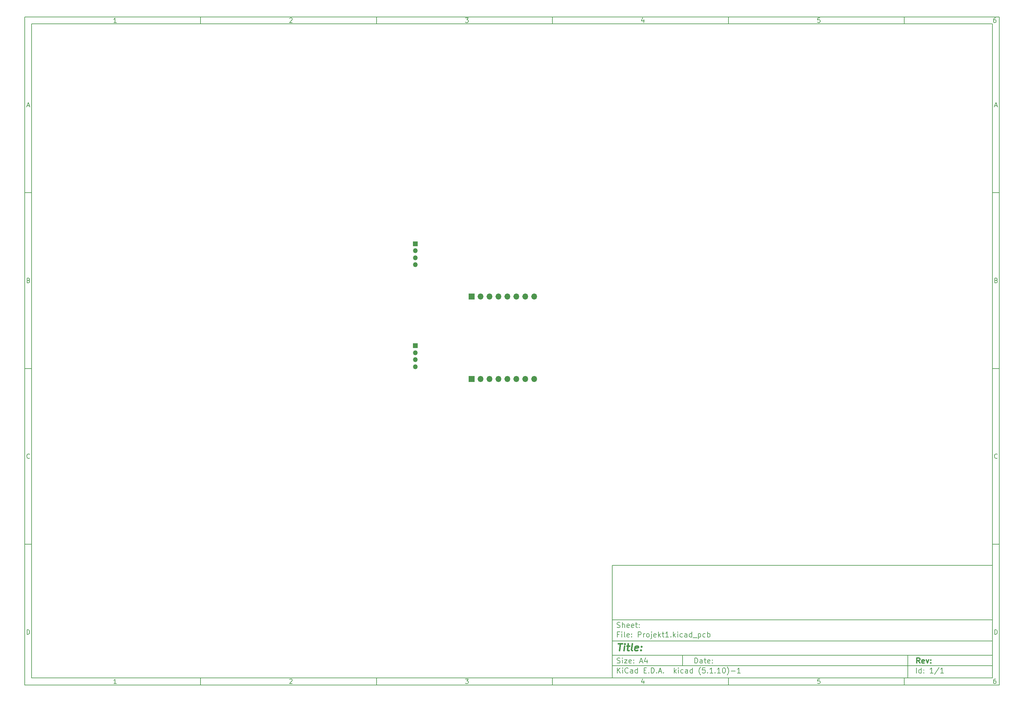
<source format=gbr>
%TF.GenerationSoftware,KiCad,Pcbnew,(5.1.10)-1*%
%TF.CreationDate,2021-11-12T10:04:19+01:00*%
%TF.ProjectId,Projekt1,50726f6a-656b-4743-912e-6b696361645f,rev?*%
%TF.SameCoordinates,Original*%
%TF.FileFunction,Soldermask,Bot*%
%TF.FilePolarity,Negative*%
%FSLAX46Y46*%
G04 Gerber Fmt 4.6, Leading zero omitted, Abs format (unit mm)*
G04 Created by KiCad (PCBNEW (5.1.10)-1) date 2021-11-12 10:04:19*
%MOMM*%
%LPD*%
G01*
G04 APERTURE LIST*
%ADD10C,0.100000*%
%ADD11C,0.150000*%
%ADD12C,0.300000*%
%ADD13C,0.400000*%
%ADD14O,1.700000X1.700000*%
%ADD15R,1.700000X1.700000*%
%ADD16O,1.350000X1.350000*%
%ADD17R,1.350000X1.350000*%
G04 APERTURE END LIST*
D10*
D11*
X177002200Y-166007200D02*
X177002200Y-198007200D01*
X285002200Y-198007200D01*
X285002200Y-166007200D01*
X177002200Y-166007200D01*
D10*
D11*
X10000000Y-10000000D02*
X10000000Y-200007200D01*
X287002200Y-200007200D01*
X287002200Y-10000000D01*
X10000000Y-10000000D01*
D10*
D11*
X12000000Y-12000000D02*
X12000000Y-198007200D01*
X285002200Y-198007200D01*
X285002200Y-12000000D01*
X12000000Y-12000000D01*
D10*
D11*
X60000000Y-12000000D02*
X60000000Y-10000000D01*
D10*
D11*
X110000000Y-12000000D02*
X110000000Y-10000000D01*
D10*
D11*
X160000000Y-12000000D02*
X160000000Y-10000000D01*
D10*
D11*
X210000000Y-12000000D02*
X210000000Y-10000000D01*
D10*
D11*
X260000000Y-12000000D02*
X260000000Y-10000000D01*
D10*
D11*
X36065476Y-11588095D02*
X35322619Y-11588095D01*
X35694047Y-11588095D02*
X35694047Y-10288095D01*
X35570238Y-10473809D01*
X35446428Y-10597619D01*
X35322619Y-10659523D01*
D10*
D11*
X85322619Y-10411904D02*
X85384523Y-10350000D01*
X85508333Y-10288095D01*
X85817857Y-10288095D01*
X85941666Y-10350000D01*
X86003571Y-10411904D01*
X86065476Y-10535714D01*
X86065476Y-10659523D01*
X86003571Y-10845238D01*
X85260714Y-11588095D01*
X86065476Y-11588095D01*
D10*
D11*
X135260714Y-10288095D02*
X136065476Y-10288095D01*
X135632142Y-10783333D01*
X135817857Y-10783333D01*
X135941666Y-10845238D01*
X136003571Y-10907142D01*
X136065476Y-11030952D01*
X136065476Y-11340476D01*
X136003571Y-11464285D01*
X135941666Y-11526190D01*
X135817857Y-11588095D01*
X135446428Y-11588095D01*
X135322619Y-11526190D01*
X135260714Y-11464285D01*
D10*
D11*
X185941666Y-10721428D02*
X185941666Y-11588095D01*
X185632142Y-10226190D02*
X185322619Y-11154761D01*
X186127380Y-11154761D01*
D10*
D11*
X236003571Y-10288095D02*
X235384523Y-10288095D01*
X235322619Y-10907142D01*
X235384523Y-10845238D01*
X235508333Y-10783333D01*
X235817857Y-10783333D01*
X235941666Y-10845238D01*
X236003571Y-10907142D01*
X236065476Y-11030952D01*
X236065476Y-11340476D01*
X236003571Y-11464285D01*
X235941666Y-11526190D01*
X235817857Y-11588095D01*
X235508333Y-11588095D01*
X235384523Y-11526190D01*
X235322619Y-11464285D01*
D10*
D11*
X285941666Y-10288095D02*
X285694047Y-10288095D01*
X285570238Y-10350000D01*
X285508333Y-10411904D01*
X285384523Y-10597619D01*
X285322619Y-10845238D01*
X285322619Y-11340476D01*
X285384523Y-11464285D01*
X285446428Y-11526190D01*
X285570238Y-11588095D01*
X285817857Y-11588095D01*
X285941666Y-11526190D01*
X286003571Y-11464285D01*
X286065476Y-11340476D01*
X286065476Y-11030952D01*
X286003571Y-10907142D01*
X285941666Y-10845238D01*
X285817857Y-10783333D01*
X285570238Y-10783333D01*
X285446428Y-10845238D01*
X285384523Y-10907142D01*
X285322619Y-11030952D01*
D10*
D11*
X60000000Y-198007200D02*
X60000000Y-200007200D01*
D10*
D11*
X110000000Y-198007200D02*
X110000000Y-200007200D01*
D10*
D11*
X160000000Y-198007200D02*
X160000000Y-200007200D01*
D10*
D11*
X210000000Y-198007200D02*
X210000000Y-200007200D01*
D10*
D11*
X260000000Y-198007200D02*
X260000000Y-200007200D01*
D10*
D11*
X36065476Y-199595295D02*
X35322619Y-199595295D01*
X35694047Y-199595295D02*
X35694047Y-198295295D01*
X35570238Y-198481009D01*
X35446428Y-198604819D01*
X35322619Y-198666723D01*
D10*
D11*
X85322619Y-198419104D02*
X85384523Y-198357200D01*
X85508333Y-198295295D01*
X85817857Y-198295295D01*
X85941666Y-198357200D01*
X86003571Y-198419104D01*
X86065476Y-198542914D01*
X86065476Y-198666723D01*
X86003571Y-198852438D01*
X85260714Y-199595295D01*
X86065476Y-199595295D01*
D10*
D11*
X135260714Y-198295295D02*
X136065476Y-198295295D01*
X135632142Y-198790533D01*
X135817857Y-198790533D01*
X135941666Y-198852438D01*
X136003571Y-198914342D01*
X136065476Y-199038152D01*
X136065476Y-199347676D01*
X136003571Y-199471485D01*
X135941666Y-199533390D01*
X135817857Y-199595295D01*
X135446428Y-199595295D01*
X135322619Y-199533390D01*
X135260714Y-199471485D01*
D10*
D11*
X185941666Y-198728628D02*
X185941666Y-199595295D01*
X185632142Y-198233390D02*
X185322619Y-199161961D01*
X186127380Y-199161961D01*
D10*
D11*
X236003571Y-198295295D02*
X235384523Y-198295295D01*
X235322619Y-198914342D01*
X235384523Y-198852438D01*
X235508333Y-198790533D01*
X235817857Y-198790533D01*
X235941666Y-198852438D01*
X236003571Y-198914342D01*
X236065476Y-199038152D01*
X236065476Y-199347676D01*
X236003571Y-199471485D01*
X235941666Y-199533390D01*
X235817857Y-199595295D01*
X235508333Y-199595295D01*
X235384523Y-199533390D01*
X235322619Y-199471485D01*
D10*
D11*
X285941666Y-198295295D02*
X285694047Y-198295295D01*
X285570238Y-198357200D01*
X285508333Y-198419104D01*
X285384523Y-198604819D01*
X285322619Y-198852438D01*
X285322619Y-199347676D01*
X285384523Y-199471485D01*
X285446428Y-199533390D01*
X285570238Y-199595295D01*
X285817857Y-199595295D01*
X285941666Y-199533390D01*
X286003571Y-199471485D01*
X286065476Y-199347676D01*
X286065476Y-199038152D01*
X286003571Y-198914342D01*
X285941666Y-198852438D01*
X285817857Y-198790533D01*
X285570238Y-198790533D01*
X285446428Y-198852438D01*
X285384523Y-198914342D01*
X285322619Y-199038152D01*
D10*
D11*
X10000000Y-60000000D02*
X12000000Y-60000000D01*
D10*
D11*
X10000000Y-110000000D02*
X12000000Y-110000000D01*
D10*
D11*
X10000000Y-160000000D02*
X12000000Y-160000000D01*
D10*
D11*
X10690476Y-35216666D02*
X11309523Y-35216666D01*
X10566666Y-35588095D02*
X11000000Y-34288095D01*
X11433333Y-35588095D01*
D10*
D11*
X11092857Y-84907142D02*
X11278571Y-84969047D01*
X11340476Y-85030952D01*
X11402380Y-85154761D01*
X11402380Y-85340476D01*
X11340476Y-85464285D01*
X11278571Y-85526190D01*
X11154761Y-85588095D01*
X10659523Y-85588095D01*
X10659523Y-84288095D01*
X11092857Y-84288095D01*
X11216666Y-84350000D01*
X11278571Y-84411904D01*
X11340476Y-84535714D01*
X11340476Y-84659523D01*
X11278571Y-84783333D01*
X11216666Y-84845238D01*
X11092857Y-84907142D01*
X10659523Y-84907142D01*
D10*
D11*
X11402380Y-135464285D02*
X11340476Y-135526190D01*
X11154761Y-135588095D01*
X11030952Y-135588095D01*
X10845238Y-135526190D01*
X10721428Y-135402380D01*
X10659523Y-135278571D01*
X10597619Y-135030952D01*
X10597619Y-134845238D01*
X10659523Y-134597619D01*
X10721428Y-134473809D01*
X10845238Y-134350000D01*
X11030952Y-134288095D01*
X11154761Y-134288095D01*
X11340476Y-134350000D01*
X11402380Y-134411904D01*
D10*
D11*
X10659523Y-185588095D02*
X10659523Y-184288095D01*
X10969047Y-184288095D01*
X11154761Y-184350000D01*
X11278571Y-184473809D01*
X11340476Y-184597619D01*
X11402380Y-184845238D01*
X11402380Y-185030952D01*
X11340476Y-185278571D01*
X11278571Y-185402380D01*
X11154761Y-185526190D01*
X10969047Y-185588095D01*
X10659523Y-185588095D01*
D10*
D11*
X287002200Y-60000000D02*
X285002200Y-60000000D01*
D10*
D11*
X287002200Y-110000000D02*
X285002200Y-110000000D01*
D10*
D11*
X287002200Y-160000000D02*
X285002200Y-160000000D01*
D10*
D11*
X285692676Y-35216666D02*
X286311723Y-35216666D01*
X285568866Y-35588095D02*
X286002200Y-34288095D01*
X286435533Y-35588095D01*
D10*
D11*
X286095057Y-84907142D02*
X286280771Y-84969047D01*
X286342676Y-85030952D01*
X286404580Y-85154761D01*
X286404580Y-85340476D01*
X286342676Y-85464285D01*
X286280771Y-85526190D01*
X286156961Y-85588095D01*
X285661723Y-85588095D01*
X285661723Y-84288095D01*
X286095057Y-84288095D01*
X286218866Y-84350000D01*
X286280771Y-84411904D01*
X286342676Y-84535714D01*
X286342676Y-84659523D01*
X286280771Y-84783333D01*
X286218866Y-84845238D01*
X286095057Y-84907142D01*
X285661723Y-84907142D01*
D10*
D11*
X286404580Y-135464285D02*
X286342676Y-135526190D01*
X286156961Y-135588095D01*
X286033152Y-135588095D01*
X285847438Y-135526190D01*
X285723628Y-135402380D01*
X285661723Y-135278571D01*
X285599819Y-135030952D01*
X285599819Y-134845238D01*
X285661723Y-134597619D01*
X285723628Y-134473809D01*
X285847438Y-134350000D01*
X286033152Y-134288095D01*
X286156961Y-134288095D01*
X286342676Y-134350000D01*
X286404580Y-134411904D01*
D10*
D11*
X285661723Y-185588095D02*
X285661723Y-184288095D01*
X285971247Y-184288095D01*
X286156961Y-184350000D01*
X286280771Y-184473809D01*
X286342676Y-184597619D01*
X286404580Y-184845238D01*
X286404580Y-185030952D01*
X286342676Y-185278571D01*
X286280771Y-185402380D01*
X286156961Y-185526190D01*
X285971247Y-185588095D01*
X285661723Y-185588095D01*
D10*
D11*
X200434342Y-193785771D02*
X200434342Y-192285771D01*
X200791485Y-192285771D01*
X201005771Y-192357200D01*
X201148628Y-192500057D01*
X201220057Y-192642914D01*
X201291485Y-192928628D01*
X201291485Y-193142914D01*
X201220057Y-193428628D01*
X201148628Y-193571485D01*
X201005771Y-193714342D01*
X200791485Y-193785771D01*
X200434342Y-193785771D01*
X202577200Y-193785771D02*
X202577200Y-193000057D01*
X202505771Y-192857200D01*
X202362914Y-192785771D01*
X202077200Y-192785771D01*
X201934342Y-192857200D01*
X202577200Y-193714342D02*
X202434342Y-193785771D01*
X202077200Y-193785771D01*
X201934342Y-193714342D01*
X201862914Y-193571485D01*
X201862914Y-193428628D01*
X201934342Y-193285771D01*
X202077200Y-193214342D01*
X202434342Y-193214342D01*
X202577200Y-193142914D01*
X203077200Y-192785771D02*
X203648628Y-192785771D01*
X203291485Y-192285771D02*
X203291485Y-193571485D01*
X203362914Y-193714342D01*
X203505771Y-193785771D01*
X203648628Y-193785771D01*
X204720057Y-193714342D02*
X204577200Y-193785771D01*
X204291485Y-193785771D01*
X204148628Y-193714342D01*
X204077200Y-193571485D01*
X204077200Y-193000057D01*
X204148628Y-192857200D01*
X204291485Y-192785771D01*
X204577200Y-192785771D01*
X204720057Y-192857200D01*
X204791485Y-193000057D01*
X204791485Y-193142914D01*
X204077200Y-193285771D01*
X205434342Y-193642914D02*
X205505771Y-193714342D01*
X205434342Y-193785771D01*
X205362914Y-193714342D01*
X205434342Y-193642914D01*
X205434342Y-193785771D01*
X205434342Y-192857200D02*
X205505771Y-192928628D01*
X205434342Y-193000057D01*
X205362914Y-192928628D01*
X205434342Y-192857200D01*
X205434342Y-193000057D01*
D10*
D11*
X177002200Y-194507200D02*
X285002200Y-194507200D01*
D10*
D11*
X178434342Y-196585771D02*
X178434342Y-195085771D01*
X179291485Y-196585771D02*
X178648628Y-195728628D01*
X179291485Y-195085771D02*
X178434342Y-195942914D01*
X179934342Y-196585771D02*
X179934342Y-195585771D01*
X179934342Y-195085771D02*
X179862914Y-195157200D01*
X179934342Y-195228628D01*
X180005771Y-195157200D01*
X179934342Y-195085771D01*
X179934342Y-195228628D01*
X181505771Y-196442914D02*
X181434342Y-196514342D01*
X181220057Y-196585771D01*
X181077200Y-196585771D01*
X180862914Y-196514342D01*
X180720057Y-196371485D01*
X180648628Y-196228628D01*
X180577200Y-195942914D01*
X180577200Y-195728628D01*
X180648628Y-195442914D01*
X180720057Y-195300057D01*
X180862914Y-195157200D01*
X181077200Y-195085771D01*
X181220057Y-195085771D01*
X181434342Y-195157200D01*
X181505771Y-195228628D01*
X182791485Y-196585771D02*
X182791485Y-195800057D01*
X182720057Y-195657200D01*
X182577200Y-195585771D01*
X182291485Y-195585771D01*
X182148628Y-195657200D01*
X182791485Y-196514342D02*
X182648628Y-196585771D01*
X182291485Y-196585771D01*
X182148628Y-196514342D01*
X182077200Y-196371485D01*
X182077200Y-196228628D01*
X182148628Y-196085771D01*
X182291485Y-196014342D01*
X182648628Y-196014342D01*
X182791485Y-195942914D01*
X184148628Y-196585771D02*
X184148628Y-195085771D01*
X184148628Y-196514342D02*
X184005771Y-196585771D01*
X183720057Y-196585771D01*
X183577200Y-196514342D01*
X183505771Y-196442914D01*
X183434342Y-196300057D01*
X183434342Y-195871485D01*
X183505771Y-195728628D01*
X183577200Y-195657200D01*
X183720057Y-195585771D01*
X184005771Y-195585771D01*
X184148628Y-195657200D01*
X186005771Y-195800057D02*
X186505771Y-195800057D01*
X186720057Y-196585771D02*
X186005771Y-196585771D01*
X186005771Y-195085771D01*
X186720057Y-195085771D01*
X187362914Y-196442914D02*
X187434342Y-196514342D01*
X187362914Y-196585771D01*
X187291485Y-196514342D01*
X187362914Y-196442914D01*
X187362914Y-196585771D01*
X188077200Y-196585771D02*
X188077200Y-195085771D01*
X188434342Y-195085771D01*
X188648628Y-195157200D01*
X188791485Y-195300057D01*
X188862914Y-195442914D01*
X188934342Y-195728628D01*
X188934342Y-195942914D01*
X188862914Y-196228628D01*
X188791485Y-196371485D01*
X188648628Y-196514342D01*
X188434342Y-196585771D01*
X188077200Y-196585771D01*
X189577200Y-196442914D02*
X189648628Y-196514342D01*
X189577200Y-196585771D01*
X189505771Y-196514342D01*
X189577200Y-196442914D01*
X189577200Y-196585771D01*
X190220057Y-196157200D02*
X190934342Y-196157200D01*
X190077200Y-196585771D02*
X190577200Y-195085771D01*
X191077200Y-196585771D01*
X191577200Y-196442914D02*
X191648628Y-196514342D01*
X191577200Y-196585771D01*
X191505771Y-196514342D01*
X191577200Y-196442914D01*
X191577200Y-196585771D01*
X194577200Y-196585771D02*
X194577200Y-195085771D01*
X194720057Y-196014342D02*
X195148628Y-196585771D01*
X195148628Y-195585771D02*
X194577200Y-196157200D01*
X195791485Y-196585771D02*
X195791485Y-195585771D01*
X195791485Y-195085771D02*
X195720057Y-195157200D01*
X195791485Y-195228628D01*
X195862914Y-195157200D01*
X195791485Y-195085771D01*
X195791485Y-195228628D01*
X197148628Y-196514342D02*
X197005771Y-196585771D01*
X196720057Y-196585771D01*
X196577200Y-196514342D01*
X196505771Y-196442914D01*
X196434342Y-196300057D01*
X196434342Y-195871485D01*
X196505771Y-195728628D01*
X196577200Y-195657200D01*
X196720057Y-195585771D01*
X197005771Y-195585771D01*
X197148628Y-195657200D01*
X198434342Y-196585771D02*
X198434342Y-195800057D01*
X198362914Y-195657200D01*
X198220057Y-195585771D01*
X197934342Y-195585771D01*
X197791485Y-195657200D01*
X198434342Y-196514342D02*
X198291485Y-196585771D01*
X197934342Y-196585771D01*
X197791485Y-196514342D01*
X197720057Y-196371485D01*
X197720057Y-196228628D01*
X197791485Y-196085771D01*
X197934342Y-196014342D01*
X198291485Y-196014342D01*
X198434342Y-195942914D01*
X199791485Y-196585771D02*
X199791485Y-195085771D01*
X199791485Y-196514342D02*
X199648628Y-196585771D01*
X199362914Y-196585771D01*
X199220057Y-196514342D01*
X199148628Y-196442914D01*
X199077200Y-196300057D01*
X199077200Y-195871485D01*
X199148628Y-195728628D01*
X199220057Y-195657200D01*
X199362914Y-195585771D01*
X199648628Y-195585771D01*
X199791485Y-195657200D01*
X202077200Y-197157200D02*
X202005771Y-197085771D01*
X201862914Y-196871485D01*
X201791485Y-196728628D01*
X201720057Y-196514342D01*
X201648628Y-196157200D01*
X201648628Y-195871485D01*
X201720057Y-195514342D01*
X201791485Y-195300057D01*
X201862914Y-195157200D01*
X202005771Y-194942914D01*
X202077200Y-194871485D01*
X203362914Y-195085771D02*
X202648628Y-195085771D01*
X202577200Y-195800057D01*
X202648628Y-195728628D01*
X202791485Y-195657200D01*
X203148628Y-195657200D01*
X203291485Y-195728628D01*
X203362914Y-195800057D01*
X203434342Y-195942914D01*
X203434342Y-196300057D01*
X203362914Y-196442914D01*
X203291485Y-196514342D01*
X203148628Y-196585771D01*
X202791485Y-196585771D01*
X202648628Y-196514342D01*
X202577200Y-196442914D01*
X204077200Y-196442914D02*
X204148628Y-196514342D01*
X204077200Y-196585771D01*
X204005771Y-196514342D01*
X204077200Y-196442914D01*
X204077200Y-196585771D01*
X205577200Y-196585771D02*
X204720057Y-196585771D01*
X205148628Y-196585771D02*
X205148628Y-195085771D01*
X205005771Y-195300057D01*
X204862914Y-195442914D01*
X204720057Y-195514342D01*
X206220057Y-196442914D02*
X206291485Y-196514342D01*
X206220057Y-196585771D01*
X206148628Y-196514342D01*
X206220057Y-196442914D01*
X206220057Y-196585771D01*
X207720057Y-196585771D02*
X206862914Y-196585771D01*
X207291485Y-196585771D02*
X207291485Y-195085771D01*
X207148628Y-195300057D01*
X207005771Y-195442914D01*
X206862914Y-195514342D01*
X208648628Y-195085771D02*
X208791485Y-195085771D01*
X208934342Y-195157200D01*
X209005771Y-195228628D01*
X209077200Y-195371485D01*
X209148628Y-195657200D01*
X209148628Y-196014342D01*
X209077200Y-196300057D01*
X209005771Y-196442914D01*
X208934342Y-196514342D01*
X208791485Y-196585771D01*
X208648628Y-196585771D01*
X208505771Y-196514342D01*
X208434342Y-196442914D01*
X208362914Y-196300057D01*
X208291485Y-196014342D01*
X208291485Y-195657200D01*
X208362914Y-195371485D01*
X208434342Y-195228628D01*
X208505771Y-195157200D01*
X208648628Y-195085771D01*
X209648628Y-197157200D02*
X209720057Y-197085771D01*
X209862914Y-196871485D01*
X209934342Y-196728628D01*
X210005771Y-196514342D01*
X210077200Y-196157200D01*
X210077200Y-195871485D01*
X210005771Y-195514342D01*
X209934342Y-195300057D01*
X209862914Y-195157200D01*
X209720057Y-194942914D01*
X209648628Y-194871485D01*
X210791485Y-196014342D02*
X211934342Y-196014342D01*
X213434342Y-196585771D02*
X212577200Y-196585771D01*
X213005771Y-196585771D02*
X213005771Y-195085771D01*
X212862914Y-195300057D01*
X212720057Y-195442914D01*
X212577200Y-195514342D01*
D10*
D11*
X177002200Y-191507200D02*
X285002200Y-191507200D01*
D10*
D12*
X264411485Y-193785771D02*
X263911485Y-193071485D01*
X263554342Y-193785771D02*
X263554342Y-192285771D01*
X264125771Y-192285771D01*
X264268628Y-192357200D01*
X264340057Y-192428628D01*
X264411485Y-192571485D01*
X264411485Y-192785771D01*
X264340057Y-192928628D01*
X264268628Y-193000057D01*
X264125771Y-193071485D01*
X263554342Y-193071485D01*
X265625771Y-193714342D02*
X265482914Y-193785771D01*
X265197200Y-193785771D01*
X265054342Y-193714342D01*
X264982914Y-193571485D01*
X264982914Y-193000057D01*
X265054342Y-192857200D01*
X265197200Y-192785771D01*
X265482914Y-192785771D01*
X265625771Y-192857200D01*
X265697200Y-193000057D01*
X265697200Y-193142914D01*
X264982914Y-193285771D01*
X266197200Y-192785771D02*
X266554342Y-193785771D01*
X266911485Y-192785771D01*
X267482914Y-193642914D02*
X267554342Y-193714342D01*
X267482914Y-193785771D01*
X267411485Y-193714342D01*
X267482914Y-193642914D01*
X267482914Y-193785771D01*
X267482914Y-192857200D02*
X267554342Y-192928628D01*
X267482914Y-193000057D01*
X267411485Y-192928628D01*
X267482914Y-192857200D01*
X267482914Y-193000057D01*
D10*
D11*
X178362914Y-193714342D02*
X178577200Y-193785771D01*
X178934342Y-193785771D01*
X179077200Y-193714342D01*
X179148628Y-193642914D01*
X179220057Y-193500057D01*
X179220057Y-193357200D01*
X179148628Y-193214342D01*
X179077200Y-193142914D01*
X178934342Y-193071485D01*
X178648628Y-193000057D01*
X178505771Y-192928628D01*
X178434342Y-192857200D01*
X178362914Y-192714342D01*
X178362914Y-192571485D01*
X178434342Y-192428628D01*
X178505771Y-192357200D01*
X178648628Y-192285771D01*
X179005771Y-192285771D01*
X179220057Y-192357200D01*
X179862914Y-193785771D02*
X179862914Y-192785771D01*
X179862914Y-192285771D02*
X179791485Y-192357200D01*
X179862914Y-192428628D01*
X179934342Y-192357200D01*
X179862914Y-192285771D01*
X179862914Y-192428628D01*
X180434342Y-192785771D02*
X181220057Y-192785771D01*
X180434342Y-193785771D01*
X181220057Y-193785771D01*
X182362914Y-193714342D02*
X182220057Y-193785771D01*
X181934342Y-193785771D01*
X181791485Y-193714342D01*
X181720057Y-193571485D01*
X181720057Y-193000057D01*
X181791485Y-192857200D01*
X181934342Y-192785771D01*
X182220057Y-192785771D01*
X182362914Y-192857200D01*
X182434342Y-193000057D01*
X182434342Y-193142914D01*
X181720057Y-193285771D01*
X183077200Y-193642914D02*
X183148628Y-193714342D01*
X183077200Y-193785771D01*
X183005771Y-193714342D01*
X183077200Y-193642914D01*
X183077200Y-193785771D01*
X183077200Y-192857200D02*
X183148628Y-192928628D01*
X183077200Y-193000057D01*
X183005771Y-192928628D01*
X183077200Y-192857200D01*
X183077200Y-193000057D01*
X184862914Y-193357200D02*
X185577200Y-193357200D01*
X184720057Y-193785771D02*
X185220057Y-192285771D01*
X185720057Y-193785771D01*
X186862914Y-192785771D02*
X186862914Y-193785771D01*
X186505771Y-192214342D02*
X186148628Y-193285771D01*
X187077200Y-193285771D01*
D10*
D11*
X263434342Y-196585771D02*
X263434342Y-195085771D01*
X264791485Y-196585771D02*
X264791485Y-195085771D01*
X264791485Y-196514342D02*
X264648628Y-196585771D01*
X264362914Y-196585771D01*
X264220057Y-196514342D01*
X264148628Y-196442914D01*
X264077200Y-196300057D01*
X264077200Y-195871485D01*
X264148628Y-195728628D01*
X264220057Y-195657200D01*
X264362914Y-195585771D01*
X264648628Y-195585771D01*
X264791485Y-195657200D01*
X265505771Y-196442914D02*
X265577200Y-196514342D01*
X265505771Y-196585771D01*
X265434342Y-196514342D01*
X265505771Y-196442914D01*
X265505771Y-196585771D01*
X265505771Y-195657200D02*
X265577200Y-195728628D01*
X265505771Y-195800057D01*
X265434342Y-195728628D01*
X265505771Y-195657200D01*
X265505771Y-195800057D01*
X268148628Y-196585771D02*
X267291485Y-196585771D01*
X267720057Y-196585771D02*
X267720057Y-195085771D01*
X267577200Y-195300057D01*
X267434342Y-195442914D01*
X267291485Y-195514342D01*
X269862914Y-195014342D02*
X268577200Y-196942914D01*
X271148628Y-196585771D02*
X270291485Y-196585771D01*
X270720057Y-196585771D02*
X270720057Y-195085771D01*
X270577200Y-195300057D01*
X270434342Y-195442914D01*
X270291485Y-195514342D01*
D10*
D11*
X177002200Y-187507200D02*
X285002200Y-187507200D01*
D10*
D13*
X178714580Y-188211961D02*
X179857438Y-188211961D01*
X179036009Y-190211961D02*
X179286009Y-188211961D01*
X180274104Y-190211961D02*
X180440771Y-188878628D01*
X180524104Y-188211961D02*
X180416961Y-188307200D01*
X180500295Y-188402438D01*
X180607438Y-188307200D01*
X180524104Y-188211961D01*
X180500295Y-188402438D01*
X181107438Y-188878628D02*
X181869342Y-188878628D01*
X181476485Y-188211961D02*
X181262200Y-189926247D01*
X181333628Y-190116723D01*
X181512200Y-190211961D01*
X181702676Y-190211961D01*
X182655057Y-190211961D02*
X182476485Y-190116723D01*
X182405057Y-189926247D01*
X182619342Y-188211961D01*
X184190771Y-190116723D02*
X183988390Y-190211961D01*
X183607438Y-190211961D01*
X183428866Y-190116723D01*
X183357438Y-189926247D01*
X183452676Y-189164342D01*
X183571723Y-188973866D01*
X183774104Y-188878628D01*
X184155057Y-188878628D01*
X184333628Y-188973866D01*
X184405057Y-189164342D01*
X184381247Y-189354819D01*
X183405057Y-189545295D01*
X185155057Y-190021485D02*
X185238390Y-190116723D01*
X185131247Y-190211961D01*
X185047914Y-190116723D01*
X185155057Y-190021485D01*
X185131247Y-190211961D01*
X185286009Y-188973866D02*
X185369342Y-189069104D01*
X185262200Y-189164342D01*
X185178866Y-189069104D01*
X185286009Y-188973866D01*
X185262200Y-189164342D01*
D10*
D11*
X178934342Y-185600057D02*
X178434342Y-185600057D01*
X178434342Y-186385771D02*
X178434342Y-184885771D01*
X179148628Y-184885771D01*
X179720057Y-186385771D02*
X179720057Y-185385771D01*
X179720057Y-184885771D02*
X179648628Y-184957200D01*
X179720057Y-185028628D01*
X179791485Y-184957200D01*
X179720057Y-184885771D01*
X179720057Y-185028628D01*
X180648628Y-186385771D02*
X180505771Y-186314342D01*
X180434342Y-186171485D01*
X180434342Y-184885771D01*
X181791485Y-186314342D02*
X181648628Y-186385771D01*
X181362914Y-186385771D01*
X181220057Y-186314342D01*
X181148628Y-186171485D01*
X181148628Y-185600057D01*
X181220057Y-185457200D01*
X181362914Y-185385771D01*
X181648628Y-185385771D01*
X181791485Y-185457200D01*
X181862914Y-185600057D01*
X181862914Y-185742914D01*
X181148628Y-185885771D01*
X182505771Y-186242914D02*
X182577200Y-186314342D01*
X182505771Y-186385771D01*
X182434342Y-186314342D01*
X182505771Y-186242914D01*
X182505771Y-186385771D01*
X182505771Y-185457200D02*
X182577200Y-185528628D01*
X182505771Y-185600057D01*
X182434342Y-185528628D01*
X182505771Y-185457200D01*
X182505771Y-185600057D01*
X184362914Y-186385771D02*
X184362914Y-184885771D01*
X184934342Y-184885771D01*
X185077200Y-184957200D01*
X185148628Y-185028628D01*
X185220057Y-185171485D01*
X185220057Y-185385771D01*
X185148628Y-185528628D01*
X185077200Y-185600057D01*
X184934342Y-185671485D01*
X184362914Y-185671485D01*
X185862914Y-186385771D02*
X185862914Y-185385771D01*
X185862914Y-185671485D02*
X185934342Y-185528628D01*
X186005771Y-185457200D01*
X186148628Y-185385771D01*
X186291485Y-185385771D01*
X187005771Y-186385771D02*
X186862914Y-186314342D01*
X186791485Y-186242914D01*
X186720057Y-186100057D01*
X186720057Y-185671485D01*
X186791485Y-185528628D01*
X186862914Y-185457200D01*
X187005771Y-185385771D01*
X187220057Y-185385771D01*
X187362914Y-185457200D01*
X187434342Y-185528628D01*
X187505771Y-185671485D01*
X187505771Y-186100057D01*
X187434342Y-186242914D01*
X187362914Y-186314342D01*
X187220057Y-186385771D01*
X187005771Y-186385771D01*
X188148628Y-185385771D02*
X188148628Y-186671485D01*
X188077200Y-186814342D01*
X187934342Y-186885771D01*
X187862914Y-186885771D01*
X188148628Y-184885771D02*
X188077200Y-184957200D01*
X188148628Y-185028628D01*
X188220057Y-184957200D01*
X188148628Y-184885771D01*
X188148628Y-185028628D01*
X189434342Y-186314342D02*
X189291485Y-186385771D01*
X189005771Y-186385771D01*
X188862914Y-186314342D01*
X188791485Y-186171485D01*
X188791485Y-185600057D01*
X188862914Y-185457200D01*
X189005771Y-185385771D01*
X189291485Y-185385771D01*
X189434342Y-185457200D01*
X189505771Y-185600057D01*
X189505771Y-185742914D01*
X188791485Y-185885771D01*
X190148628Y-186385771D02*
X190148628Y-184885771D01*
X190291485Y-185814342D02*
X190720057Y-186385771D01*
X190720057Y-185385771D02*
X190148628Y-185957200D01*
X191148628Y-185385771D02*
X191720057Y-185385771D01*
X191362914Y-184885771D02*
X191362914Y-186171485D01*
X191434342Y-186314342D01*
X191577200Y-186385771D01*
X191720057Y-186385771D01*
X193005771Y-186385771D02*
X192148628Y-186385771D01*
X192577200Y-186385771D02*
X192577200Y-184885771D01*
X192434342Y-185100057D01*
X192291485Y-185242914D01*
X192148628Y-185314342D01*
X193648628Y-186242914D02*
X193720057Y-186314342D01*
X193648628Y-186385771D01*
X193577200Y-186314342D01*
X193648628Y-186242914D01*
X193648628Y-186385771D01*
X194362914Y-186385771D02*
X194362914Y-184885771D01*
X194505771Y-185814342D02*
X194934342Y-186385771D01*
X194934342Y-185385771D02*
X194362914Y-185957200D01*
X195577200Y-186385771D02*
X195577200Y-185385771D01*
X195577200Y-184885771D02*
X195505771Y-184957200D01*
X195577200Y-185028628D01*
X195648628Y-184957200D01*
X195577200Y-184885771D01*
X195577200Y-185028628D01*
X196934342Y-186314342D02*
X196791485Y-186385771D01*
X196505771Y-186385771D01*
X196362914Y-186314342D01*
X196291485Y-186242914D01*
X196220057Y-186100057D01*
X196220057Y-185671485D01*
X196291485Y-185528628D01*
X196362914Y-185457200D01*
X196505771Y-185385771D01*
X196791485Y-185385771D01*
X196934342Y-185457200D01*
X198220057Y-186385771D02*
X198220057Y-185600057D01*
X198148628Y-185457200D01*
X198005771Y-185385771D01*
X197720057Y-185385771D01*
X197577200Y-185457200D01*
X198220057Y-186314342D02*
X198077200Y-186385771D01*
X197720057Y-186385771D01*
X197577200Y-186314342D01*
X197505771Y-186171485D01*
X197505771Y-186028628D01*
X197577200Y-185885771D01*
X197720057Y-185814342D01*
X198077200Y-185814342D01*
X198220057Y-185742914D01*
X199577200Y-186385771D02*
X199577200Y-184885771D01*
X199577200Y-186314342D02*
X199434342Y-186385771D01*
X199148628Y-186385771D01*
X199005771Y-186314342D01*
X198934342Y-186242914D01*
X198862914Y-186100057D01*
X198862914Y-185671485D01*
X198934342Y-185528628D01*
X199005771Y-185457200D01*
X199148628Y-185385771D01*
X199434342Y-185385771D01*
X199577200Y-185457200D01*
X199934342Y-186528628D02*
X201077200Y-186528628D01*
X201434342Y-185385771D02*
X201434342Y-186885771D01*
X201434342Y-185457200D02*
X201577200Y-185385771D01*
X201862914Y-185385771D01*
X202005771Y-185457200D01*
X202077200Y-185528628D01*
X202148628Y-185671485D01*
X202148628Y-186100057D01*
X202077200Y-186242914D01*
X202005771Y-186314342D01*
X201862914Y-186385771D01*
X201577200Y-186385771D01*
X201434342Y-186314342D01*
X203434342Y-186314342D02*
X203291485Y-186385771D01*
X203005771Y-186385771D01*
X202862914Y-186314342D01*
X202791485Y-186242914D01*
X202720057Y-186100057D01*
X202720057Y-185671485D01*
X202791485Y-185528628D01*
X202862914Y-185457200D01*
X203005771Y-185385771D01*
X203291485Y-185385771D01*
X203434342Y-185457200D01*
X204077200Y-186385771D02*
X204077200Y-184885771D01*
X204077200Y-185457200D02*
X204220057Y-185385771D01*
X204505771Y-185385771D01*
X204648628Y-185457200D01*
X204720057Y-185528628D01*
X204791485Y-185671485D01*
X204791485Y-186100057D01*
X204720057Y-186242914D01*
X204648628Y-186314342D01*
X204505771Y-186385771D01*
X204220057Y-186385771D01*
X204077200Y-186314342D01*
D10*
D11*
X177002200Y-181507200D02*
X285002200Y-181507200D01*
D10*
D11*
X178362914Y-183614342D02*
X178577200Y-183685771D01*
X178934342Y-183685771D01*
X179077200Y-183614342D01*
X179148628Y-183542914D01*
X179220057Y-183400057D01*
X179220057Y-183257200D01*
X179148628Y-183114342D01*
X179077200Y-183042914D01*
X178934342Y-182971485D01*
X178648628Y-182900057D01*
X178505771Y-182828628D01*
X178434342Y-182757200D01*
X178362914Y-182614342D01*
X178362914Y-182471485D01*
X178434342Y-182328628D01*
X178505771Y-182257200D01*
X178648628Y-182185771D01*
X179005771Y-182185771D01*
X179220057Y-182257200D01*
X179862914Y-183685771D02*
X179862914Y-182185771D01*
X180505771Y-183685771D02*
X180505771Y-182900057D01*
X180434342Y-182757200D01*
X180291485Y-182685771D01*
X180077200Y-182685771D01*
X179934342Y-182757200D01*
X179862914Y-182828628D01*
X181791485Y-183614342D02*
X181648628Y-183685771D01*
X181362914Y-183685771D01*
X181220057Y-183614342D01*
X181148628Y-183471485D01*
X181148628Y-182900057D01*
X181220057Y-182757200D01*
X181362914Y-182685771D01*
X181648628Y-182685771D01*
X181791485Y-182757200D01*
X181862914Y-182900057D01*
X181862914Y-183042914D01*
X181148628Y-183185771D01*
X183077200Y-183614342D02*
X182934342Y-183685771D01*
X182648628Y-183685771D01*
X182505771Y-183614342D01*
X182434342Y-183471485D01*
X182434342Y-182900057D01*
X182505771Y-182757200D01*
X182648628Y-182685771D01*
X182934342Y-182685771D01*
X183077200Y-182757200D01*
X183148628Y-182900057D01*
X183148628Y-183042914D01*
X182434342Y-183185771D01*
X183577200Y-182685771D02*
X184148628Y-182685771D01*
X183791485Y-182185771D02*
X183791485Y-183471485D01*
X183862914Y-183614342D01*
X184005771Y-183685771D01*
X184148628Y-183685771D01*
X184648628Y-183542914D02*
X184720057Y-183614342D01*
X184648628Y-183685771D01*
X184577200Y-183614342D01*
X184648628Y-183542914D01*
X184648628Y-183685771D01*
X184648628Y-182757200D02*
X184720057Y-182828628D01*
X184648628Y-182900057D01*
X184577200Y-182828628D01*
X184648628Y-182757200D01*
X184648628Y-182900057D01*
D10*
D11*
X197002200Y-191507200D02*
X197002200Y-194507200D01*
D10*
D11*
X261002200Y-191507200D02*
X261002200Y-198007200D01*
D14*
%TO.C,J4*%
X154780000Y-113000000D03*
X152240000Y-113000000D03*
X149700000Y-113000000D03*
X147160000Y-113000000D03*
X144620000Y-113000000D03*
X142080000Y-113000000D03*
X139540000Y-113000000D03*
D15*
X137000000Y-113000000D03*
%TD*%
D14*
%TO.C,J3*%
X154780000Y-89500000D03*
X152240000Y-89500000D03*
X149700000Y-89500000D03*
X147160000Y-89500000D03*
X144620000Y-89500000D03*
X142080000Y-89500000D03*
X139540000Y-89500000D03*
D15*
X137000000Y-89500000D03*
%TD*%
D16*
%TO.C,J2*%
X121000000Y-109500000D03*
X121000000Y-107500000D03*
X121000000Y-105500000D03*
D17*
X121000000Y-103500000D03*
%TD*%
D16*
%TO.C,J1*%
X121000000Y-80500000D03*
X121000000Y-78500000D03*
X121000000Y-76500000D03*
D17*
X121000000Y-74500000D03*
%TD*%
M02*

</source>
